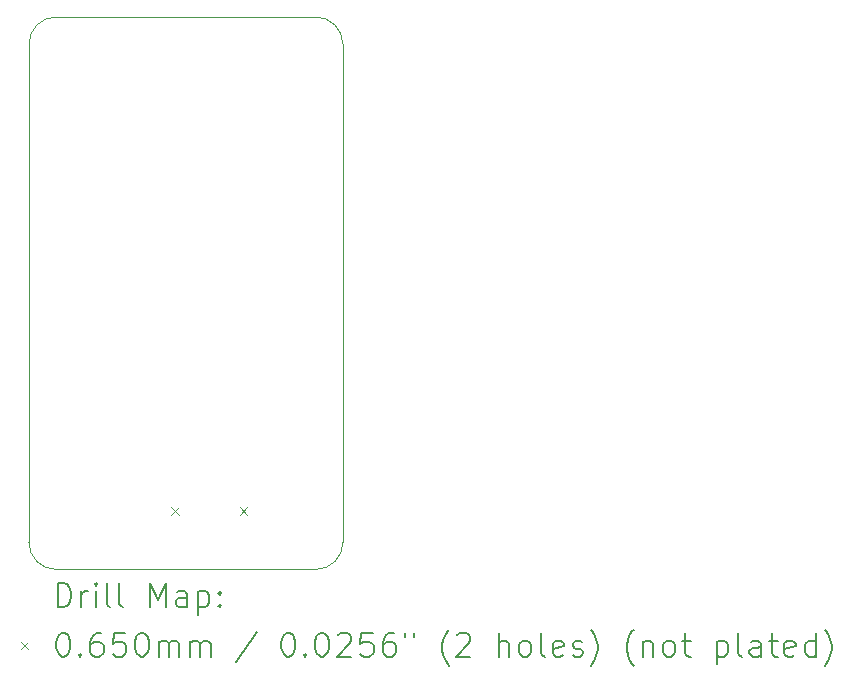
<source format=gbr>
%TF.GenerationSoftware,KiCad,Pcbnew,7.0.2-6a45011f42~172~ubuntu23.04.1*%
%TF.CreationDate,2023-05-23T16:14:19+02:00*%
%TF.ProjectId,pcb,7063622e-6b69-4636-9164-5f7063625858,rev?*%
%TF.SameCoordinates,Original*%
%TF.FileFunction,Drillmap*%
%TF.FilePolarity,Positive*%
%FSLAX45Y45*%
G04 Gerber Fmt 4.5, Leading zero omitted, Abs format (unit mm)*
G04 Created by KiCad (PCBNEW 7.0.2-6a45011f42~172~ubuntu23.04.1) date 2023-05-23 16:14:19*
%MOMM*%
%LPD*%
G01*
G04 APERTURE LIST*
%ADD10C,0.100000*%
%ADD11C,0.200000*%
%ADD12C,0.065000*%
G04 APERTURE END LIST*
D10*
X6321145Y-4241800D02*
X8521700Y-4241800D01*
X8521700Y-8918860D02*
G75*
G03*
X8750300Y-8690255I0J228600D01*
G01*
X6321145Y-4241805D02*
G75*
G03*
X6092545Y-4470400I-5J-228595D01*
G01*
X8521700Y-8918855D02*
X6321145Y-8918855D01*
X8750300Y-4470400D02*
X8750300Y-8690255D01*
X8750300Y-4470400D02*
G75*
G03*
X8521700Y-4241800I-228600J0D01*
G01*
X6092545Y-8690255D02*
G75*
G03*
X6321145Y-8918855I228595J-5D01*
G01*
X6092545Y-8690255D02*
X6092545Y-4470400D01*
D11*
D12*
X7298500Y-8394300D02*
X7363500Y-8459300D01*
X7363500Y-8394300D02*
X7298500Y-8459300D01*
X7876500Y-8394300D02*
X7941500Y-8459300D01*
X7941500Y-8394300D02*
X7876500Y-8459300D01*
D11*
X6335164Y-9236379D02*
X6335164Y-9036379D01*
X6335164Y-9036379D02*
X6382783Y-9036379D01*
X6382783Y-9036379D02*
X6411354Y-9045903D01*
X6411354Y-9045903D02*
X6430402Y-9064951D01*
X6430402Y-9064951D02*
X6439925Y-9083998D01*
X6439925Y-9083998D02*
X6449449Y-9122093D01*
X6449449Y-9122093D02*
X6449449Y-9150665D01*
X6449449Y-9150665D02*
X6439925Y-9188760D01*
X6439925Y-9188760D02*
X6430402Y-9207808D01*
X6430402Y-9207808D02*
X6411354Y-9226855D01*
X6411354Y-9226855D02*
X6382783Y-9236379D01*
X6382783Y-9236379D02*
X6335164Y-9236379D01*
X6535164Y-9236379D02*
X6535164Y-9103046D01*
X6535164Y-9141141D02*
X6544687Y-9122093D01*
X6544687Y-9122093D02*
X6554211Y-9112570D01*
X6554211Y-9112570D02*
X6573259Y-9103046D01*
X6573259Y-9103046D02*
X6592306Y-9103046D01*
X6658973Y-9236379D02*
X6658973Y-9103046D01*
X6658973Y-9036379D02*
X6649449Y-9045903D01*
X6649449Y-9045903D02*
X6658973Y-9055427D01*
X6658973Y-9055427D02*
X6668497Y-9045903D01*
X6668497Y-9045903D02*
X6658973Y-9036379D01*
X6658973Y-9036379D02*
X6658973Y-9055427D01*
X6782783Y-9236379D02*
X6763735Y-9226855D01*
X6763735Y-9226855D02*
X6754211Y-9207808D01*
X6754211Y-9207808D02*
X6754211Y-9036379D01*
X6887544Y-9236379D02*
X6868497Y-9226855D01*
X6868497Y-9226855D02*
X6858973Y-9207808D01*
X6858973Y-9207808D02*
X6858973Y-9036379D01*
X7116116Y-9236379D02*
X7116116Y-9036379D01*
X7116116Y-9036379D02*
X7182783Y-9179236D01*
X7182783Y-9179236D02*
X7249449Y-9036379D01*
X7249449Y-9036379D02*
X7249449Y-9236379D01*
X7430402Y-9236379D02*
X7430402Y-9131617D01*
X7430402Y-9131617D02*
X7420878Y-9112570D01*
X7420878Y-9112570D02*
X7401830Y-9103046D01*
X7401830Y-9103046D02*
X7363735Y-9103046D01*
X7363735Y-9103046D02*
X7344687Y-9112570D01*
X7430402Y-9226855D02*
X7411354Y-9236379D01*
X7411354Y-9236379D02*
X7363735Y-9236379D01*
X7363735Y-9236379D02*
X7344687Y-9226855D01*
X7344687Y-9226855D02*
X7335164Y-9207808D01*
X7335164Y-9207808D02*
X7335164Y-9188760D01*
X7335164Y-9188760D02*
X7344687Y-9169713D01*
X7344687Y-9169713D02*
X7363735Y-9160189D01*
X7363735Y-9160189D02*
X7411354Y-9160189D01*
X7411354Y-9160189D02*
X7430402Y-9150665D01*
X7525640Y-9103046D02*
X7525640Y-9303046D01*
X7525640Y-9112570D02*
X7544687Y-9103046D01*
X7544687Y-9103046D02*
X7582783Y-9103046D01*
X7582783Y-9103046D02*
X7601830Y-9112570D01*
X7601830Y-9112570D02*
X7611354Y-9122093D01*
X7611354Y-9122093D02*
X7620878Y-9141141D01*
X7620878Y-9141141D02*
X7620878Y-9198284D01*
X7620878Y-9198284D02*
X7611354Y-9217332D01*
X7611354Y-9217332D02*
X7601830Y-9226855D01*
X7601830Y-9226855D02*
X7582783Y-9236379D01*
X7582783Y-9236379D02*
X7544687Y-9236379D01*
X7544687Y-9236379D02*
X7525640Y-9226855D01*
X7706592Y-9217332D02*
X7716116Y-9226855D01*
X7716116Y-9226855D02*
X7706592Y-9236379D01*
X7706592Y-9236379D02*
X7697068Y-9226855D01*
X7697068Y-9226855D02*
X7706592Y-9217332D01*
X7706592Y-9217332D02*
X7706592Y-9236379D01*
X7706592Y-9112570D02*
X7716116Y-9122093D01*
X7716116Y-9122093D02*
X7706592Y-9131617D01*
X7706592Y-9131617D02*
X7697068Y-9122093D01*
X7697068Y-9122093D02*
X7706592Y-9112570D01*
X7706592Y-9112570D02*
X7706592Y-9131617D01*
D12*
X6022545Y-9531355D02*
X6087545Y-9596355D01*
X6087545Y-9531355D02*
X6022545Y-9596355D01*
D11*
X6373259Y-9456379D02*
X6392306Y-9456379D01*
X6392306Y-9456379D02*
X6411354Y-9465903D01*
X6411354Y-9465903D02*
X6420878Y-9475427D01*
X6420878Y-9475427D02*
X6430402Y-9494474D01*
X6430402Y-9494474D02*
X6439925Y-9532570D01*
X6439925Y-9532570D02*
X6439925Y-9580189D01*
X6439925Y-9580189D02*
X6430402Y-9618284D01*
X6430402Y-9618284D02*
X6420878Y-9637332D01*
X6420878Y-9637332D02*
X6411354Y-9646855D01*
X6411354Y-9646855D02*
X6392306Y-9656379D01*
X6392306Y-9656379D02*
X6373259Y-9656379D01*
X6373259Y-9656379D02*
X6354211Y-9646855D01*
X6354211Y-9646855D02*
X6344687Y-9637332D01*
X6344687Y-9637332D02*
X6335164Y-9618284D01*
X6335164Y-9618284D02*
X6325640Y-9580189D01*
X6325640Y-9580189D02*
X6325640Y-9532570D01*
X6325640Y-9532570D02*
X6335164Y-9494474D01*
X6335164Y-9494474D02*
X6344687Y-9475427D01*
X6344687Y-9475427D02*
X6354211Y-9465903D01*
X6354211Y-9465903D02*
X6373259Y-9456379D01*
X6525640Y-9637332D02*
X6535164Y-9646855D01*
X6535164Y-9646855D02*
X6525640Y-9656379D01*
X6525640Y-9656379D02*
X6516116Y-9646855D01*
X6516116Y-9646855D02*
X6525640Y-9637332D01*
X6525640Y-9637332D02*
X6525640Y-9656379D01*
X6706592Y-9456379D02*
X6668497Y-9456379D01*
X6668497Y-9456379D02*
X6649449Y-9465903D01*
X6649449Y-9465903D02*
X6639925Y-9475427D01*
X6639925Y-9475427D02*
X6620878Y-9503998D01*
X6620878Y-9503998D02*
X6611354Y-9542093D01*
X6611354Y-9542093D02*
X6611354Y-9618284D01*
X6611354Y-9618284D02*
X6620878Y-9637332D01*
X6620878Y-9637332D02*
X6630402Y-9646855D01*
X6630402Y-9646855D02*
X6649449Y-9656379D01*
X6649449Y-9656379D02*
X6687545Y-9656379D01*
X6687545Y-9656379D02*
X6706592Y-9646855D01*
X6706592Y-9646855D02*
X6716116Y-9637332D01*
X6716116Y-9637332D02*
X6725640Y-9618284D01*
X6725640Y-9618284D02*
X6725640Y-9570665D01*
X6725640Y-9570665D02*
X6716116Y-9551617D01*
X6716116Y-9551617D02*
X6706592Y-9542093D01*
X6706592Y-9542093D02*
X6687545Y-9532570D01*
X6687545Y-9532570D02*
X6649449Y-9532570D01*
X6649449Y-9532570D02*
X6630402Y-9542093D01*
X6630402Y-9542093D02*
X6620878Y-9551617D01*
X6620878Y-9551617D02*
X6611354Y-9570665D01*
X6906592Y-9456379D02*
X6811354Y-9456379D01*
X6811354Y-9456379D02*
X6801830Y-9551617D01*
X6801830Y-9551617D02*
X6811354Y-9542093D01*
X6811354Y-9542093D02*
X6830402Y-9532570D01*
X6830402Y-9532570D02*
X6878021Y-9532570D01*
X6878021Y-9532570D02*
X6897068Y-9542093D01*
X6897068Y-9542093D02*
X6906592Y-9551617D01*
X6906592Y-9551617D02*
X6916116Y-9570665D01*
X6916116Y-9570665D02*
X6916116Y-9618284D01*
X6916116Y-9618284D02*
X6906592Y-9637332D01*
X6906592Y-9637332D02*
X6897068Y-9646855D01*
X6897068Y-9646855D02*
X6878021Y-9656379D01*
X6878021Y-9656379D02*
X6830402Y-9656379D01*
X6830402Y-9656379D02*
X6811354Y-9646855D01*
X6811354Y-9646855D02*
X6801830Y-9637332D01*
X7039925Y-9456379D02*
X7058973Y-9456379D01*
X7058973Y-9456379D02*
X7078021Y-9465903D01*
X7078021Y-9465903D02*
X7087545Y-9475427D01*
X7087545Y-9475427D02*
X7097068Y-9494474D01*
X7097068Y-9494474D02*
X7106592Y-9532570D01*
X7106592Y-9532570D02*
X7106592Y-9580189D01*
X7106592Y-9580189D02*
X7097068Y-9618284D01*
X7097068Y-9618284D02*
X7087545Y-9637332D01*
X7087545Y-9637332D02*
X7078021Y-9646855D01*
X7078021Y-9646855D02*
X7058973Y-9656379D01*
X7058973Y-9656379D02*
X7039925Y-9656379D01*
X7039925Y-9656379D02*
X7020878Y-9646855D01*
X7020878Y-9646855D02*
X7011354Y-9637332D01*
X7011354Y-9637332D02*
X7001830Y-9618284D01*
X7001830Y-9618284D02*
X6992306Y-9580189D01*
X6992306Y-9580189D02*
X6992306Y-9532570D01*
X6992306Y-9532570D02*
X7001830Y-9494474D01*
X7001830Y-9494474D02*
X7011354Y-9475427D01*
X7011354Y-9475427D02*
X7020878Y-9465903D01*
X7020878Y-9465903D02*
X7039925Y-9456379D01*
X7192306Y-9656379D02*
X7192306Y-9523046D01*
X7192306Y-9542093D02*
X7201830Y-9532570D01*
X7201830Y-9532570D02*
X7220878Y-9523046D01*
X7220878Y-9523046D02*
X7249449Y-9523046D01*
X7249449Y-9523046D02*
X7268497Y-9532570D01*
X7268497Y-9532570D02*
X7278021Y-9551617D01*
X7278021Y-9551617D02*
X7278021Y-9656379D01*
X7278021Y-9551617D02*
X7287545Y-9532570D01*
X7287545Y-9532570D02*
X7306592Y-9523046D01*
X7306592Y-9523046D02*
X7335164Y-9523046D01*
X7335164Y-9523046D02*
X7354211Y-9532570D01*
X7354211Y-9532570D02*
X7363735Y-9551617D01*
X7363735Y-9551617D02*
X7363735Y-9656379D01*
X7458973Y-9656379D02*
X7458973Y-9523046D01*
X7458973Y-9542093D02*
X7468497Y-9532570D01*
X7468497Y-9532570D02*
X7487545Y-9523046D01*
X7487545Y-9523046D02*
X7516116Y-9523046D01*
X7516116Y-9523046D02*
X7535164Y-9532570D01*
X7535164Y-9532570D02*
X7544687Y-9551617D01*
X7544687Y-9551617D02*
X7544687Y-9656379D01*
X7544687Y-9551617D02*
X7554211Y-9532570D01*
X7554211Y-9532570D02*
X7573259Y-9523046D01*
X7573259Y-9523046D02*
X7601830Y-9523046D01*
X7601830Y-9523046D02*
X7620878Y-9532570D01*
X7620878Y-9532570D02*
X7630402Y-9551617D01*
X7630402Y-9551617D02*
X7630402Y-9656379D01*
X8020878Y-9446855D02*
X7849449Y-9703998D01*
X8278021Y-9456379D02*
X8297069Y-9456379D01*
X8297069Y-9456379D02*
X8316116Y-9465903D01*
X8316116Y-9465903D02*
X8325640Y-9475427D01*
X8325640Y-9475427D02*
X8335164Y-9494474D01*
X8335164Y-9494474D02*
X8344688Y-9532570D01*
X8344688Y-9532570D02*
X8344688Y-9580189D01*
X8344688Y-9580189D02*
X8335164Y-9618284D01*
X8335164Y-9618284D02*
X8325640Y-9637332D01*
X8325640Y-9637332D02*
X8316116Y-9646855D01*
X8316116Y-9646855D02*
X8297069Y-9656379D01*
X8297069Y-9656379D02*
X8278021Y-9656379D01*
X8278021Y-9656379D02*
X8258973Y-9646855D01*
X8258973Y-9646855D02*
X8249449Y-9637332D01*
X8249449Y-9637332D02*
X8239926Y-9618284D01*
X8239926Y-9618284D02*
X8230402Y-9580189D01*
X8230402Y-9580189D02*
X8230402Y-9532570D01*
X8230402Y-9532570D02*
X8239926Y-9494474D01*
X8239926Y-9494474D02*
X8249449Y-9475427D01*
X8249449Y-9475427D02*
X8258973Y-9465903D01*
X8258973Y-9465903D02*
X8278021Y-9456379D01*
X8430402Y-9637332D02*
X8439926Y-9646855D01*
X8439926Y-9646855D02*
X8430402Y-9656379D01*
X8430402Y-9656379D02*
X8420878Y-9646855D01*
X8420878Y-9646855D02*
X8430402Y-9637332D01*
X8430402Y-9637332D02*
X8430402Y-9656379D01*
X8563735Y-9456379D02*
X8582783Y-9456379D01*
X8582783Y-9456379D02*
X8601831Y-9465903D01*
X8601831Y-9465903D02*
X8611354Y-9475427D01*
X8611354Y-9475427D02*
X8620878Y-9494474D01*
X8620878Y-9494474D02*
X8630402Y-9532570D01*
X8630402Y-9532570D02*
X8630402Y-9580189D01*
X8630402Y-9580189D02*
X8620878Y-9618284D01*
X8620878Y-9618284D02*
X8611354Y-9637332D01*
X8611354Y-9637332D02*
X8601831Y-9646855D01*
X8601831Y-9646855D02*
X8582783Y-9656379D01*
X8582783Y-9656379D02*
X8563735Y-9656379D01*
X8563735Y-9656379D02*
X8544688Y-9646855D01*
X8544688Y-9646855D02*
X8535164Y-9637332D01*
X8535164Y-9637332D02*
X8525640Y-9618284D01*
X8525640Y-9618284D02*
X8516116Y-9580189D01*
X8516116Y-9580189D02*
X8516116Y-9532570D01*
X8516116Y-9532570D02*
X8525640Y-9494474D01*
X8525640Y-9494474D02*
X8535164Y-9475427D01*
X8535164Y-9475427D02*
X8544688Y-9465903D01*
X8544688Y-9465903D02*
X8563735Y-9456379D01*
X8706592Y-9475427D02*
X8716116Y-9465903D01*
X8716116Y-9465903D02*
X8735164Y-9456379D01*
X8735164Y-9456379D02*
X8782783Y-9456379D01*
X8782783Y-9456379D02*
X8801831Y-9465903D01*
X8801831Y-9465903D02*
X8811354Y-9475427D01*
X8811354Y-9475427D02*
X8820878Y-9494474D01*
X8820878Y-9494474D02*
X8820878Y-9513522D01*
X8820878Y-9513522D02*
X8811354Y-9542093D01*
X8811354Y-9542093D02*
X8697069Y-9656379D01*
X8697069Y-9656379D02*
X8820878Y-9656379D01*
X9001831Y-9456379D02*
X8906592Y-9456379D01*
X8906592Y-9456379D02*
X8897069Y-9551617D01*
X8897069Y-9551617D02*
X8906592Y-9542093D01*
X8906592Y-9542093D02*
X8925640Y-9532570D01*
X8925640Y-9532570D02*
X8973259Y-9532570D01*
X8973259Y-9532570D02*
X8992307Y-9542093D01*
X8992307Y-9542093D02*
X9001831Y-9551617D01*
X9001831Y-9551617D02*
X9011354Y-9570665D01*
X9011354Y-9570665D02*
X9011354Y-9618284D01*
X9011354Y-9618284D02*
X9001831Y-9637332D01*
X9001831Y-9637332D02*
X8992307Y-9646855D01*
X8992307Y-9646855D02*
X8973259Y-9656379D01*
X8973259Y-9656379D02*
X8925640Y-9656379D01*
X8925640Y-9656379D02*
X8906592Y-9646855D01*
X8906592Y-9646855D02*
X8897069Y-9637332D01*
X9182783Y-9456379D02*
X9144688Y-9456379D01*
X9144688Y-9456379D02*
X9125640Y-9465903D01*
X9125640Y-9465903D02*
X9116116Y-9475427D01*
X9116116Y-9475427D02*
X9097069Y-9503998D01*
X9097069Y-9503998D02*
X9087545Y-9542093D01*
X9087545Y-9542093D02*
X9087545Y-9618284D01*
X9087545Y-9618284D02*
X9097069Y-9637332D01*
X9097069Y-9637332D02*
X9106592Y-9646855D01*
X9106592Y-9646855D02*
X9125640Y-9656379D01*
X9125640Y-9656379D02*
X9163735Y-9656379D01*
X9163735Y-9656379D02*
X9182783Y-9646855D01*
X9182783Y-9646855D02*
X9192307Y-9637332D01*
X9192307Y-9637332D02*
X9201831Y-9618284D01*
X9201831Y-9618284D02*
X9201831Y-9570665D01*
X9201831Y-9570665D02*
X9192307Y-9551617D01*
X9192307Y-9551617D02*
X9182783Y-9542093D01*
X9182783Y-9542093D02*
X9163735Y-9532570D01*
X9163735Y-9532570D02*
X9125640Y-9532570D01*
X9125640Y-9532570D02*
X9106592Y-9542093D01*
X9106592Y-9542093D02*
X9097069Y-9551617D01*
X9097069Y-9551617D02*
X9087545Y-9570665D01*
X9278021Y-9456379D02*
X9278021Y-9494474D01*
X9354212Y-9456379D02*
X9354212Y-9494474D01*
X9649450Y-9732570D02*
X9639926Y-9723046D01*
X9639926Y-9723046D02*
X9620878Y-9694474D01*
X9620878Y-9694474D02*
X9611354Y-9675427D01*
X9611354Y-9675427D02*
X9601831Y-9646855D01*
X9601831Y-9646855D02*
X9592307Y-9599236D01*
X9592307Y-9599236D02*
X9592307Y-9561141D01*
X9592307Y-9561141D02*
X9601831Y-9513522D01*
X9601831Y-9513522D02*
X9611354Y-9484951D01*
X9611354Y-9484951D02*
X9620878Y-9465903D01*
X9620878Y-9465903D02*
X9639926Y-9437332D01*
X9639926Y-9437332D02*
X9649450Y-9427808D01*
X9716116Y-9475427D02*
X9725640Y-9465903D01*
X9725640Y-9465903D02*
X9744688Y-9456379D01*
X9744688Y-9456379D02*
X9792307Y-9456379D01*
X9792307Y-9456379D02*
X9811354Y-9465903D01*
X9811354Y-9465903D02*
X9820878Y-9475427D01*
X9820878Y-9475427D02*
X9830402Y-9494474D01*
X9830402Y-9494474D02*
X9830402Y-9513522D01*
X9830402Y-9513522D02*
X9820878Y-9542093D01*
X9820878Y-9542093D02*
X9706593Y-9656379D01*
X9706593Y-9656379D02*
X9830402Y-9656379D01*
X10068497Y-9656379D02*
X10068497Y-9456379D01*
X10154212Y-9656379D02*
X10154212Y-9551617D01*
X10154212Y-9551617D02*
X10144688Y-9532570D01*
X10144688Y-9532570D02*
X10125640Y-9523046D01*
X10125640Y-9523046D02*
X10097069Y-9523046D01*
X10097069Y-9523046D02*
X10078021Y-9532570D01*
X10078021Y-9532570D02*
X10068497Y-9542093D01*
X10278021Y-9656379D02*
X10258974Y-9646855D01*
X10258974Y-9646855D02*
X10249450Y-9637332D01*
X10249450Y-9637332D02*
X10239926Y-9618284D01*
X10239926Y-9618284D02*
X10239926Y-9561141D01*
X10239926Y-9561141D02*
X10249450Y-9542093D01*
X10249450Y-9542093D02*
X10258974Y-9532570D01*
X10258974Y-9532570D02*
X10278021Y-9523046D01*
X10278021Y-9523046D02*
X10306593Y-9523046D01*
X10306593Y-9523046D02*
X10325640Y-9532570D01*
X10325640Y-9532570D02*
X10335164Y-9542093D01*
X10335164Y-9542093D02*
X10344688Y-9561141D01*
X10344688Y-9561141D02*
X10344688Y-9618284D01*
X10344688Y-9618284D02*
X10335164Y-9637332D01*
X10335164Y-9637332D02*
X10325640Y-9646855D01*
X10325640Y-9646855D02*
X10306593Y-9656379D01*
X10306593Y-9656379D02*
X10278021Y-9656379D01*
X10458974Y-9656379D02*
X10439926Y-9646855D01*
X10439926Y-9646855D02*
X10430402Y-9627808D01*
X10430402Y-9627808D02*
X10430402Y-9456379D01*
X10611355Y-9646855D02*
X10592307Y-9656379D01*
X10592307Y-9656379D02*
X10554212Y-9656379D01*
X10554212Y-9656379D02*
X10535164Y-9646855D01*
X10535164Y-9646855D02*
X10525640Y-9627808D01*
X10525640Y-9627808D02*
X10525640Y-9551617D01*
X10525640Y-9551617D02*
X10535164Y-9532570D01*
X10535164Y-9532570D02*
X10554212Y-9523046D01*
X10554212Y-9523046D02*
X10592307Y-9523046D01*
X10592307Y-9523046D02*
X10611355Y-9532570D01*
X10611355Y-9532570D02*
X10620878Y-9551617D01*
X10620878Y-9551617D02*
X10620878Y-9570665D01*
X10620878Y-9570665D02*
X10525640Y-9589713D01*
X10697069Y-9646855D02*
X10716116Y-9656379D01*
X10716116Y-9656379D02*
X10754212Y-9656379D01*
X10754212Y-9656379D02*
X10773259Y-9646855D01*
X10773259Y-9646855D02*
X10782783Y-9627808D01*
X10782783Y-9627808D02*
X10782783Y-9618284D01*
X10782783Y-9618284D02*
X10773259Y-9599236D01*
X10773259Y-9599236D02*
X10754212Y-9589713D01*
X10754212Y-9589713D02*
X10725640Y-9589713D01*
X10725640Y-9589713D02*
X10706593Y-9580189D01*
X10706593Y-9580189D02*
X10697069Y-9561141D01*
X10697069Y-9561141D02*
X10697069Y-9551617D01*
X10697069Y-9551617D02*
X10706593Y-9532570D01*
X10706593Y-9532570D02*
X10725640Y-9523046D01*
X10725640Y-9523046D02*
X10754212Y-9523046D01*
X10754212Y-9523046D02*
X10773259Y-9532570D01*
X10849450Y-9732570D02*
X10858974Y-9723046D01*
X10858974Y-9723046D02*
X10878021Y-9694474D01*
X10878021Y-9694474D02*
X10887545Y-9675427D01*
X10887545Y-9675427D02*
X10897069Y-9646855D01*
X10897069Y-9646855D02*
X10906593Y-9599236D01*
X10906593Y-9599236D02*
X10906593Y-9561141D01*
X10906593Y-9561141D02*
X10897069Y-9513522D01*
X10897069Y-9513522D02*
X10887545Y-9484951D01*
X10887545Y-9484951D02*
X10878021Y-9465903D01*
X10878021Y-9465903D02*
X10858974Y-9437332D01*
X10858974Y-9437332D02*
X10849450Y-9427808D01*
X11211355Y-9732570D02*
X11201831Y-9723046D01*
X11201831Y-9723046D02*
X11182783Y-9694474D01*
X11182783Y-9694474D02*
X11173259Y-9675427D01*
X11173259Y-9675427D02*
X11163736Y-9646855D01*
X11163736Y-9646855D02*
X11154212Y-9599236D01*
X11154212Y-9599236D02*
X11154212Y-9561141D01*
X11154212Y-9561141D02*
X11163736Y-9513522D01*
X11163736Y-9513522D02*
X11173259Y-9484951D01*
X11173259Y-9484951D02*
X11182783Y-9465903D01*
X11182783Y-9465903D02*
X11201831Y-9437332D01*
X11201831Y-9437332D02*
X11211355Y-9427808D01*
X11287545Y-9523046D02*
X11287545Y-9656379D01*
X11287545Y-9542093D02*
X11297069Y-9532570D01*
X11297069Y-9532570D02*
X11316116Y-9523046D01*
X11316116Y-9523046D02*
X11344688Y-9523046D01*
X11344688Y-9523046D02*
X11363735Y-9532570D01*
X11363735Y-9532570D02*
X11373259Y-9551617D01*
X11373259Y-9551617D02*
X11373259Y-9656379D01*
X11497069Y-9656379D02*
X11478021Y-9646855D01*
X11478021Y-9646855D02*
X11468497Y-9637332D01*
X11468497Y-9637332D02*
X11458974Y-9618284D01*
X11458974Y-9618284D02*
X11458974Y-9561141D01*
X11458974Y-9561141D02*
X11468497Y-9542093D01*
X11468497Y-9542093D02*
X11478021Y-9532570D01*
X11478021Y-9532570D02*
X11497069Y-9523046D01*
X11497069Y-9523046D02*
X11525640Y-9523046D01*
X11525640Y-9523046D02*
X11544688Y-9532570D01*
X11544688Y-9532570D02*
X11554212Y-9542093D01*
X11554212Y-9542093D02*
X11563735Y-9561141D01*
X11563735Y-9561141D02*
X11563735Y-9618284D01*
X11563735Y-9618284D02*
X11554212Y-9637332D01*
X11554212Y-9637332D02*
X11544688Y-9646855D01*
X11544688Y-9646855D02*
X11525640Y-9656379D01*
X11525640Y-9656379D02*
X11497069Y-9656379D01*
X11620878Y-9523046D02*
X11697069Y-9523046D01*
X11649450Y-9456379D02*
X11649450Y-9627808D01*
X11649450Y-9627808D02*
X11658974Y-9646855D01*
X11658974Y-9646855D02*
X11678021Y-9656379D01*
X11678021Y-9656379D02*
X11697069Y-9656379D01*
X11916116Y-9523046D02*
X11916116Y-9723046D01*
X11916116Y-9532570D02*
X11935164Y-9523046D01*
X11935164Y-9523046D02*
X11973259Y-9523046D01*
X11973259Y-9523046D02*
X11992307Y-9532570D01*
X11992307Y-9532570D02*
X12001831Y-9542093D01*
X12001831Y-9542093D02*
X12011355Y-9561141D01*
X12011355Y-9561141D02*
X12011355Y-9618284D01*
X12011355Y-9618284D02*
X12001831Y-9637332D01*
X12001831Y-9637332D02*
X11992307Y-9646855D01*
X11992307Y-9646855D02*
X11973259Y-9656379D01*
X11973259Y-9656379D02*
X11935164Y-9656379D01*
X11935164Y-9656379D02*
X11916116Y-9646855D01*
X12125640Y-9656379D02*
X12106593Y-9646855D01*
X12106593Y-9646855D02*
X12097069Y-9627808D01*
X12097069Y-9627808D02*
X12097069Y-9456379D01*
X12287545Y-9656379D02*
X12287545Y-9551617D01*
X12287545Y-9551617D02*
X12278021Y-9532570D01*
X12278021Y-9532570D02*
X12258974Y-9523046D01*
X12258974Y-9523046D02*
X12220878Y-9523046D01*
X12220878Y-9523046D02*
X12201831Y-9532570D01*
X12287545Y-9646855D02*
X12268497Y-9656379D01*
X12268497Y-9656379D02*
X12220878Y-9656379D01*
X12220878Y-9656379D02*
X12201831Y-9646855D01*
X12201831Y-9646855D02*
X12192307Y-9627808D01*
X12192307Y-9627808D02*
X12192307Y-9608760D01*
X12192307Y-9608760D02*
X12201831Y-9589713D01*
X12201831Y-9589713D02*
X12220878Y-9580189D01*
X12220878Y-9580189D02*
X12268497Y-9580189D01*
X12268497Y-9580189D02*
X12287545Y-9570665D01*
X12354212Y-9523046D02*
X12430402Y-9523046D01*
X12382783Y-9456379D02*
X12382783Y-9627808D01*
X12382783Y-9627808D02*
X12392307Y-9646855D01*
X12392307Y-9646855D02*
X12411355Y-9656379D01*
X12411355Y-9656379D02*
X12430402Y-9656379D01*
X12573259Y-9646855D02*
X12554212Y-9656379D01*
X12554212Y-9656379D02*
X12516116Y-9656379D01*
X12516116Y-9656379D02*
X12497069Y-9646855D01*
X12497069Y-9646855D02*
X12487545Y-9627808D01*
X12487545Y-9627808D02*
X12487545Y-9551617D01*
X12487545Y-9551617D02*
X12497069Y-9532570D01*
X12497069Y-9532570D02*
X12516116Y-9523046D01*
X12516116Y-9523046D02*
X12554212Y-9523046D01*
X12554212Y-9523046D02*
X12573259Y-9532570D01*
X12573259Y-9532570D02*
X12582783Y-9551617D01*
X12582783Y-9551617D02*
X12582783Y-9570665D01*
X12582783Y-9570665D02*
X12487545Y-9589713D01*
X12754212Y-9656379D02*
X12754212Y-9456379D01*
X12754212Y-9646855D02*
X12735164Y-9656379D01*
X12735164Y-9656379D02*
X12697069Y-9656379D01*
X12697069Y-9656379D02*
X12678021Y-9646855D01*
X12678021Y-9646855D02*
X12668497Y-9637332D01*
X12668497Y-9637332D02*
X12658974Y-9618284D01*
X12658974Y-9618284D02*
X12658974Y-9561141D01*
X12658974Y-9561141D02*
X12668497Y-9542093D01*
X12668497Y-9542093D02*
X12678021Y-9532570D01*
X12678021Y-9532570D02*
X12697069Y-9523046D01*
X12697069Y-9523046D02*
X12735164Y-9523046D01*
X12735164Y-9523046D02*
X12754212Y-9532570D01*
X12830402Y-9732570D02*
X12839926Y-9723046D01*
X12839926Y-9723046D02*
X12858974Y-9694474D01*
X12858974Y-9694474D02*
X12868497Y-9675427D01*
X12868497Y-9675427D02*
X12878021Y-9646855D01*
X12878021Y-9646855D02*
X12887545Y-9599236D01*
X12887545Y-9599236D02*
X12887545Y-9561141D01*
X12887545Y-9561141D02*
X12878021Y-9513522D01*
X12878021Y-9513522D02*
X12868497Y-9484951D01*
X12868497Y-9484951D02*
X12858974Y-9465903D01*
X12858974Y-9465903D02*
X12839926Y-9437332D01*
X12839926Y-9437332D02*
X12830402Y-9427808D01*
M02*

</source>
